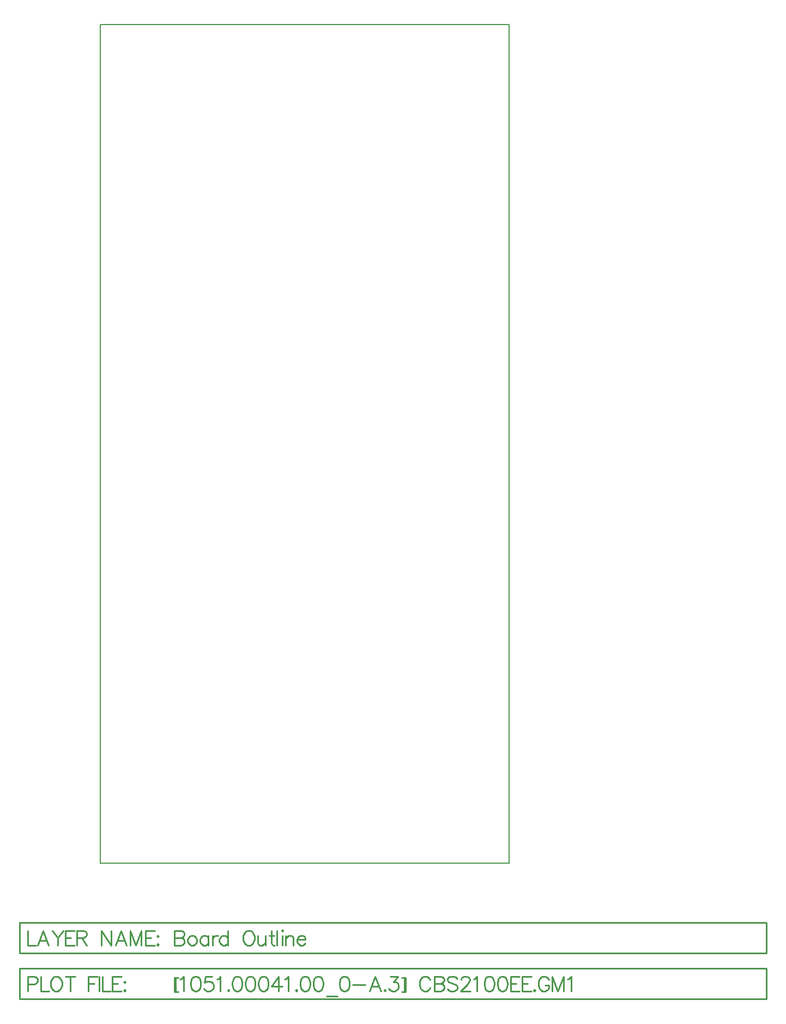
<source format=gm1>
G04 Layer_Color=16711935*
%FSLAX24Y24*%
%MOIN*%
G70*
G01*
G75*
%ADD10C,0.0100*%
%ADD94C,0.0050*%
D10*
X-4952Y-6455D02*
X40728D01*
X-4952Y-8305D02*
Y-6455D01*
Y-8305D02*
X40728D01*
Y-6455D01*
Y-5505D02*
Y-3655D01*
X-4952Y-5505D02*
X40728D01*
X-4952D02*
Y-3655D01*
X40728D01*
X4528Y-7021D02*
Y-7878D01*
X4570Y-7021D02*
Y-7878D01*
X4528Y-7021D02*
X4742D01*
X4528Y-7878D02*
X4742D01*
X4857Y-7107D02*
X4943Y-7064D01*
X5072Y-6935D01*
Y-7835D01*
X5774Y-6935D02*
X5646Y-6978D01*
X5560Y-7107D01*
X5517Y-7321D01*
Y-7449D01*
X5560Y-7664D01*
X5646Y-7792D01*
X5774Y-7835D01*
X5860D01*
X5989Y-7792D01*
X6074Y-7664D01*
X6117Y-7449D01*
Y-7321D01*
X6074Y-7107D01*
X5989Y-6978D01*
X5860Y-6935D01*
X5774D01*
X6833D02*
X6404D01*
X6361Y-7321D01*
X6404Y-7278D01*
X6533Y-7235D01*
X6661D01*
X6790Y-7278D01*
X6876Y-7364D01*
X6918Y-7492D01*
Y-7578D01*
X6876Y-7706D01*
X6790Y-7792D01*
X6661Y-7835D01*
X6533D01*
X6404Y-7792D01*
X6361Y-7749D01*
X6319Y-7664D01*
X7120Y-7107D02*
X7206Y-7064D01*
X7334Y-6935D01*
Y-7835D01*
X7823Y-7749D02*
X7780Y-7792D01*
X7823Y-7835D01*
X7865Y-7792D01*
X7823Y-7749D01*
X8320Y-6935D02*
X8191Y-6978D01*
X8105Y-7107D01*
X8063Y-7321D01*
Y-7449D01*
X8105Y-7664D01*
X8191Y-7792D01*
X8320Y-7835D01*
X8405D01*
X8534Y-7792D01*
X8620Y-7664D01*
X8662Y-7449D01*
Y-7321D01*
X8620Y-7107D01*
X8534Y-6978D01*
X8405Y-6935D01*
X8320D01*
X9121D02*
X8992Y-6978D01*
X8907Y-7107D01*
X8864Y-7321D01*
Y-7449D01*
X8907Y-7664D01*
X8992Y-7792D01*
X9121Y-7835D01*
X9207D01*
X9335Y-7792D01*
X9421Y-7664D01*
X9464Y-7449D01*
Y-7321D01*
X9421Y-7107D01*
X9335Y-6978D01*
X9207Y-6935D01*
X9121D01*
X9922D02*
X9794Y-6978D01*
X9708Y-7107D01*
X9665Y-7321D01*
Y-7449D01*
X9708Y-7664D01*
X9794Y-7792D01*
X9922Y-7835D01*
X10008D01*
X10136Y-7792D01*
X10222Y-7664D01*
X10265Y-7449D01*
Y-7321D01*
X10222Y-7107D01*
X10136Y-6978D01*
X10008Y-6935D01*
X9922D01*
X10895D02*
X10466Y-7535D01*
X11109D01*
X10895Y-6935D02*
Y-7835D01*
X11268Y-7107D02*
X11353Y-7064D01*
X11482Y-6935D01*
Y-7835D01*
X11970Y-7749D02*
X11927Y-7792D01*
X11970Y-7835D01*
X12013Y-7792D01*
X11970Y-7749D01*
X12467Y-6935D02*
X12339Y-6978D01*
X12253Y-7107D01*
X12210Y-7321D01*
Y-7449D01*
X12253Y-7664D01*
X12339Y-7792D01*
X12467Y-7835D01*
X12553D01*
X12682Y-7792D01*
X12767Y-7664D01*
X12810Y-7449D01*
Y-7321D01*
X12767Y-7107D01*
X12682Y-6978D01*
X12553Y-6935D01*
X12467D01*
X13269D02*
X13140Y-6978D01*
X13054Y-7107D01*
X13011Y-7321D01*
Y-7449D01*
X13054Y-7664D01*
X13140Y-7792D01*
X13269Y-7835D01*
X13354D01*
X13483Y-7792D01*
X13568Y-7664D01*
X13611Y-7449D01*
Y-7321D01*
X13568Y-7107D01*
X13483Y-6978D01*
X13354Y-6935D01*
X13269D01*
X13813Y-8135D02*
X14498D01*
X14871Y-6935D02*
X14743Y-6978D01*
X14657Y-7107D01*
X14614Y-7321D01*
Y-7449D01*
X14657Y-7664D01*
X14743Y-7792D01*
X14871Y-7835D01*
X14957D01*
X15085Y-7792D01*
X15171Y-7664D01*
X15214Y-7449D01*
Y-7321D01*
X15171Y-7107D01*
X15085Y-6978D01*
X14957Y-6935D01*
X14871D01*
X15415Y-7449D02*
X16186D01*
X17138Y-7835D02*
X16795Y-6935D01*
X16452Y-7835D01*
X16581Y-7535D02*
X17009D01*
X17391Y-7749D02*
X17348Y-7792D01*
X17391Y-7835D01*
X17433Y-7792D01*
X17391Y-7749D01*
X17716Y-6935D02*
X18187D01*
X17930Y-7278D01*
X18059D01*
X18145Y-7321D01*
X18187Y-7364D01*
X18230Y-7492D01*
Y-7578D01*
X18187Y-7706D01*
X18102Y-7792D01*
X17973Y-7835D01*
X17845D01*
X17716Y-7792D01*
X17673Y-7749D01*
X17630Y-7664D01*
X18603Y-7021D02*
Y-7878D01*
X18646Y-7021D02*
Y-7878D01*
X18432Y-7021D02*
X18646D01*
X18432Y-7878D02*
X18646D01*
X20159Y-7149D02*
X20116Y-7064D01*
X20030Y-6978D01*
X19944Y-6935D01*
X19773D01*
X19687Y-6978D01*
X19601Y-7064D01*
X19559Y-7149D01*
X19516Y-7278D01*
Y-7492D01*
X19559Y-7621D01*
X19601Y-7706D01*
X19687Y-7792D01*
X19773Y-7835D01*
X19944D01*
X20030Y-7792D01*
X20116Y-7706D01*
X20159Y-7621D01*
X20411Y-6935D02*
Y-7835D01*
Y-6935D02*
X20797D01*
X20925Y-6978D01*
X20968Y-7021D01*
X21011Y-7107D01*
Y-7192D01*
X20968Y-7278D01*
X20925Y-7321D01*
X20797Y-7364D01*
X20411D02*
X20797D01*
X20925Y-7407D01*
X20968Y-7449D01*
X21011Y-7535D01*
Y-7664D01*
X20968Y-7749D01*
X20925Y-7792D01*
X20797Y-7835D01*
X20411D01*
X21812Y-7064D02*
X21727Y-6978D01*
X21598Y-6935D01*
X21427D01*
X21298Y-6978D01*
X21213Y-7064D01*
Y-7149D01*
X21255Y-7235D01*
X21298Y-7278D01*
X21384Y-7321D01*
X21641Y-7407D01*
X21727Y-7449D01*
X21770Y-7492D01*
X21812Y-7578D01*
Y-7706D01*
X21727Y-7792D01*
X21598Y-7835D01*
X21427D01*
X21298Y-7792D01*
X21213Y-7706D01*
X22057Y-7149D02*
Y-7107D01*
X22100Y-7021D01*
X22142Y-6978D01*
X22228Y-6935D01*
X22399D01*
X22485Y-6978D01*
X22528Y-7021D01*
X22571Y-7107D01*
Y-7192D01*
X22528Y-7278D01*
X22442Y-7407D01*
X22014Y-7835D01*
X22614D01*
X22815Y-7107D02*
X22901Y-7064D01*
X23029Y-6935D01*
Y-7835D01*
X23732Y-6935D02*
X23603Y-6978D01*
X23518Y-7107D01*
X23475Y-7321D01*
Y-7449D01*
X23518Y-7664D01*
X23603Y-7792D01*
X23732Y-7835D01*
X23818D01*
X23946Y-7792D01*
X24032Y-7664D01*
X24075Y-7449D01*
Y-7321D01*
X24032Y-7107D01*
X23946Y-6978D01*
X23818Y-6935D01*
X23732D01*
X24533D02*
X24405Y-6978D01*
X24319Y-7107D01*
X24276Y-7321D01*
Y-7449D01*
X24319Y-7664D01*
X24405Y-7792D01*
X24533Y-7835D01*
X24619D01*
X24748Y-7792D01*
X24833Y-7664D01*
X24876Y-7449D01*
Y-7321D01*
X24833Y-7107D01*
X24748Y-6978D01*
X24619Y-6935D01*
X24533D01*
X25634D02*
X25077D01*
Y-7835D01*
X25634D01*
X25077Y-7364D02*
X25420D01*
X26341Y-6935D02*
X25784D01*
Y-7835D01*
X26341D01*
X25784Y-7364D02*
X26127D01*
X26534Y-7749D02*
X26491Y-7792D01*
X26534Y-7835D01*
X26577Y-7792D01*
X26534Y-7749D01*
X27417Y-7149D02*
X27374Y-7064D01*
X27288Y-6978D01*
X27203Y-6935D01*
X27031D01*
X26946Y-6978D01*
X26860Y-7064D01*
X26817Y-7149D01*
X26774Y-7278D01*
Y-7492D01*
X26817Y-7621D01*
X26860Y-7706D01*
X26946Y-7792D01*
X27031Y-7835D01*
X27203D01*
X27288Y-7792D01*
X27374Y-7706D01*
X27417Y-7621D01*
Y-7492D01*
X27203D02*
X27417D01*
X27623Y-6935D02*
Y-7835D01*
Y-6935D02*
X27965Y-7835D01*
X28308Y-6935D02*
X27965Y-7835D01*
X28308Y-6935D02*
Y-7835D01*
X28565Y-7107D02*
X28651Y-7064D01*
X28780Y-6935D01*
Y-7835D01*
X-4462Y-7407D02*
X-4077D01*
X-3948Y-7364D01*
X-3905Y-7321D01*
X-3863Y-7235D01*
Y-7107D01*
X-3905Y-7021D01*
X-3948Y-6978D01*
X-4077Y-6935D01*
X-4462D01*
Y-7835D01*
X-3661Y-6935D02*
Y-7835D01*
X-3147D01*
X-2791Y-6935D02*
X-2877Y-6978D01*
X-2963Y-7064D01*
X-3006Y-7149D01*
X-3048Y-7278D01*
Y-7492D01*
X-3006Y-7621D01*
X-2963Y-7706D01*
X-2877Y-7792D01*
X-2791Y-7835D01*
X-2620D01*
X-2534Y-7792D01*
X-2449Y-7706D01*
X-2406Y-7621D01*
X-2363Y-7492D01*
Y-7278D01*
X-2406Y-7149D01*
X-2449Y-7064D01*
X-2534Y-6978D01*
X-2620Y-6935D01*
X-2791D01*
X-1853D02*
Y-7835D01*
X-2153Y-6935D02*
X-1553D01*
X-739D02*
Y-7835D01*
Y-6935D02*
X-182D01*
X-739Y-7364D02*
X-396D01*
X-79Y-6935D02*
Y-7835D01*
X109Y-6935D02*
Y-7835D01*
X624D01*
X1279Y-6935D02*
X722D01*
Y-7835D01*
X1279D01*
X722Y-7364D02*
X1065D01*
X1472Y-7235D02*
X1429Y-7278D01*
X1472Y-7321D01*
X1515Y-7278D01*
X1472Y-7235D01*
Y-7749D02*
X1429Y-7792D01*
X1472Y-7835D01*
X1515Y-7792D01*
X1472Y-7749D01*
X-4462Y-4135D02*
Y-5035D01*
X-3948D01*
X-3164D02*
X-3507Y-4135D01*
X-3850Y-5035D01*
X-3721Y-4735D02*
X-3293D01*
X-2954Y-4135D02*
X-2611Y-4564D01*
Y-5035D01*
X-2269Y-4135D02*
X-2611Y-4564D01*
X-1596Y-4135D02*
X-2153D01*
Y-5035D01*
X-1596D01*
X-2153Y-4564D02*
X-1810D01*
X-1446Y-4135D02*
Y-5035D01*
Y-4135D02*
X-1060D01*
X-932Y-4178D01*
X-889Y-4221D01*
X-846Y-4307D01*
Y-4392D01*
X-889Y-4478D01*
X-932Y-4521D01*
X-1060Y-4564D01*
X-1446D01*
X-1146D02*
X-846Y-5035D01*
X62Y-4135D02*
Y-5035D01*
Y-4135D02*
X662Y-5035D01*
Y-4135D02*
Y-5035D01*
X1596D02*
X1253Y-4135D01*
X911Y-5035D01*
X1039Y-4735D02*
X1468D01*
X1806Y-4135D02*
Y-5035D01*
Y-4135D02*
X2149Y-5035D01*
X2492Y-4135D02*
X2149Y-5035D01*
X2492Y-4135D02*
Y-5035D01*
X3306Y-4135D02*
X2749D01*
Y-5035D01*
X3306D01*
X2749Y-4564D02*
X3092D01*
X3499Y-4435D02*
X3456Y-4478D01*
X3499Y-4521D01*
X3542Y-4478D01*
X3499Y-4435D01*
Y-4949D02*
X3456Y-4992D01*
X3499Y-5035D01*
X3542Y-4992D01*
X3499Y-4949D01*
X4528Y-4135D02*
Y-5035D01*
Y-4135D02*
X4913D01*
X5042Y-4178D01*
X5085Y-4221D01*
X5127Y-4307D01*
Y-4392D01*
X5085Y-4478D01*
X5042Y-4521D01*
X4913Y-4564D01*
X4528D02*
X4913D01*
X5042Y-4607D01*
X5085Y-4649D01*
X5127Y-4735D01*
Y-4864D01*
X5085Y-4949D01*
X5042Y-4992D01*
X4913Y-5035D01*
X4528D01*
X5543Y-4435D02*
X5457Y-4478D01*
X5372Y-4564D01*
X5329Y-4692D01*
Y-4778D01*
X5372Y-4906D01*
X5457Y-4992D01*
X5543Y-5035D01*
X5672D01*
X5757Y-4992D01*
X5843Y-4906D01*
X5886Y-4778D01*
Y-4692D01*
X5843Y-4564D01*
X5757Y-4478D01*
X5672Y-4435D01*
X5543D01*
X6597D02*
Y-5035D01*
Y-4564D02*
X6511Y-4478D01*
X6426Y-4435D01*
X6297D01*
X6211Y-4478D01*
X6126Y-4564D01*
X6083Y-4692D01*
Y-4778D01*
X6126Y-4906D01*
X6211Y-4992D01*
X6297Y-5035D01*
X6426D01*
X6511Y-4992D01*
X6597Y-4906D01*
X6837Y-4435D02*
Y-5035D01*
Y-4692D02*
X6880Y-4564D01*
X6966Y-4478D01*
X7051Y-4435D01*
X7180D01*
X7775Y-4135D02*
Y-5035D01*
Y-4564D02*
X7690Y-4478D01*
X7604Y-4435D01*
X7476D01*
X7390Y-4478D01*
X7304Y-4564D01*
X7261Y-4692D01*
Y-4778D01*
X7304Y-4906D01*
X7390Y-4992D01*
X7476Y-5035D01*
X7604D01*
X7690Y-4992D01*
X7775Y-4906D01*
X8979Y-4135D02*
X8894Y-4178D01*
X8808Y-4264D01*
X8765Y-4349D01*
X8722Y-4478D01*
Y-4692D01*
X8765Y-4821D01*
X8808Y-4906D01*
X8894Y-4992D01*
X8979Y-5035D01*
X9151D01*
X9237Y-4992D01*
X9322Y-4906D01*
X9365Y-4821D01*
X9408Y-4692D01*
Y-4478D01*
X9365Y-4349D01*
X9322Y-4264D01*
X9237Y-4178D01*
X9151Y-4135D01*
X8979D01*
X9618Y-4435D02*
Y-4864D01*
X9661Y-4992D01*
X9746Y-5035D01*
X9875D01*
X9961Y-4992D01*
X10089Y-4864D01*
Y-4435D02*
Y-5035D01*
X10453Y-4135D02*
Y-4864D01*
X10496Y-4992D01*
X10582Y-5035D01*
X10668D01*
X10325Y-4435D02*
X10625D01*
X10796Y-4135D02*
Y-5035D01*
X11070Y-4135D02*
X11113Y-4178D01*
X11156Y-4135D01*
X11113Y-4092D01*
X11070Y-4135D01*
X11113Y-4435D02*
Y-5035D01*
X11315Y-4435D02*
Y-5035D01*
Y-4607D02*
X11443Y-4478D01*
X11529Y-4435D01*
X11657D01*
X11743Y-4478D01*
X11786Y-4607D01*
Y-5035D01*
X12022Y-4692D02*
X12536D01*
Y-4607D01*
X12493Y-4521D01*
X12450Y-4478D01*
X12364Y-4435D01*
X12236D01*
X12150Y-4478D01*
X12065Y-4564D01*
X12022Y-4692D01*
Y-4778D01*
X12065Y-4906D01*
X12150Y-4992D01*
X12236Y-5035D01*
X12364D01*
X12450Y-4992D01*
X12536Y-4906D01*
D94*
X0Y0D02*
Y51250D01*
Y0D02*
X25000D01*
Y51250D01*
X0D02*
X25000D01*
M02*

</source>
